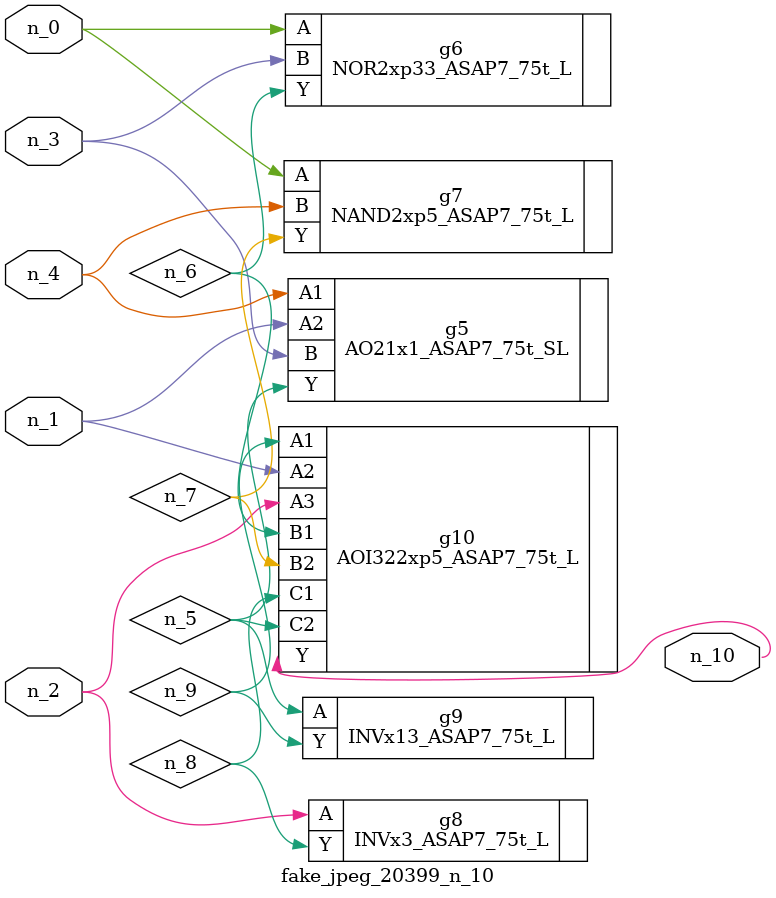
<source format=v>
module fake_jpeg_20399_n_10 (n_3, n_2, n_1, n_0, n_4, n_10);

input n_3;
input n_2;
input n_1;
input n_0;
input n_4;

output n_10;

wire n_8;
wire n_9;
wire n_6;
wire n_5;
wire n_7;

AO21x1_ASAP7_75t_SL g5 ( 
.A1(n_4),
.A2(n_1),
.B(n_3),
.Y(n_5)
);

NOR2xp33_ASAP7_75t_L g6 ( 
.A(n_0),
.B(n_3),
.Y(n_6)
);

NAND2xp5_ASAP7_75t_L g7 ( 
.A(n_0),
.B(n_4),
.Y(n_7)
);

INVx3_ASAP7_75t_L g8 ( 
.A(n_2),
.Y(n_8)
);

INVx13_ASAP7_75t_L g9 ( 
.A(n_5),
.Y(n_9)
);

AOI322xp5_ASAP7_75t_L g10 ( 
.A1(n_9),
.A2(n_1),
.A3(n_2),
.B1(n_6),
.B2(n_7),
.C1(n_8),
.C2(n_5),
.Y(n_10)
);


endmodule
</source>
